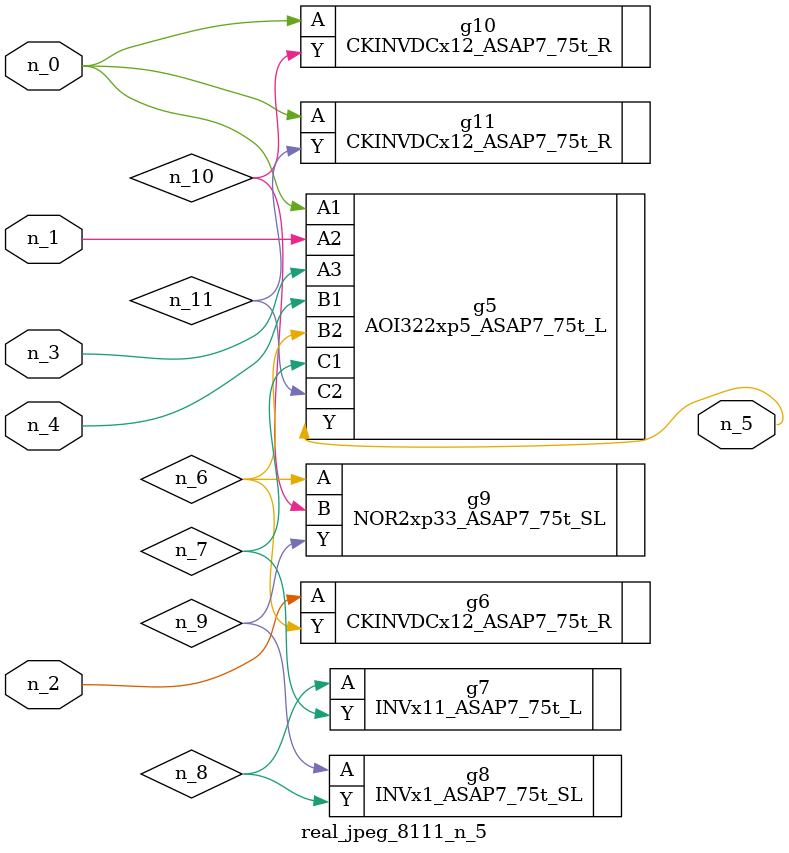
<source format=v>
module real_jpeg_8111_n_5 (n_4, n_0, n_1, n_2, n_3, n_5);

input n_4;
input n_0;
input n_1;
input n_2;
input n_3;

output n_5;

wire n_8;
wire n_11;
wire n_6;
wire n_7;
wire n_10;
wire n_9;

AOI322xp5_ASAP7_75t_L g5 ( 
.A1(n_0),
.A2(n_1),
.A3(n_3),
.B1(n_4),
.B2(n_6),
.C1(n_7),
.C2(n_11),
.Y(n_5)
);

CKINVDCx12_ASAP7_75t_R g10 ( 
.A(n_0),
.Y(n_10)
);

CKINVDCx12_ASAP7_75t_R g11 ( 
.A(n_0),
.Y(n_11)
);

CKINVDCx12_ASAP7_75t_R g6 ( 
.A(n_2),
.Y(n_6)
);

NOR2xp33_ASAP7_75t_SL g9 ( 
.A(n_6),
.B(n_10),
.Y(n_9)
);

INVx11_ASAP7_75t_L g7 ( 
.A(n_8),
.Y(n_7)
);

INVx1_ASAP7_75t_SL g8 ( 
.A(n_9),
.Y(n_8)
);


endmodule
</source>
